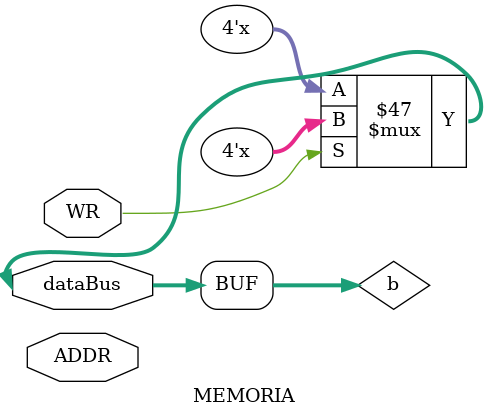
<source format=v>
`timescale 1ns / 1ps
module MEMORIA(
    input WR,
    input [3:0] ADDR,
    inout [3:0] dataBus
    );

	reg [3:0] mem [3:0];
	reg [3:0] a;
	reg [3:0] b;

	assign dataBus = b;

	always@(WR or ADDR or dataBus)
	begin 
			
			if (WR==1'b1) b = #150 mem[ADDR];
			else begin b = 4'bZZZZ; mem[ADDR] = #80 dataBus;  end
			
	end
	
endmodule

</source>
